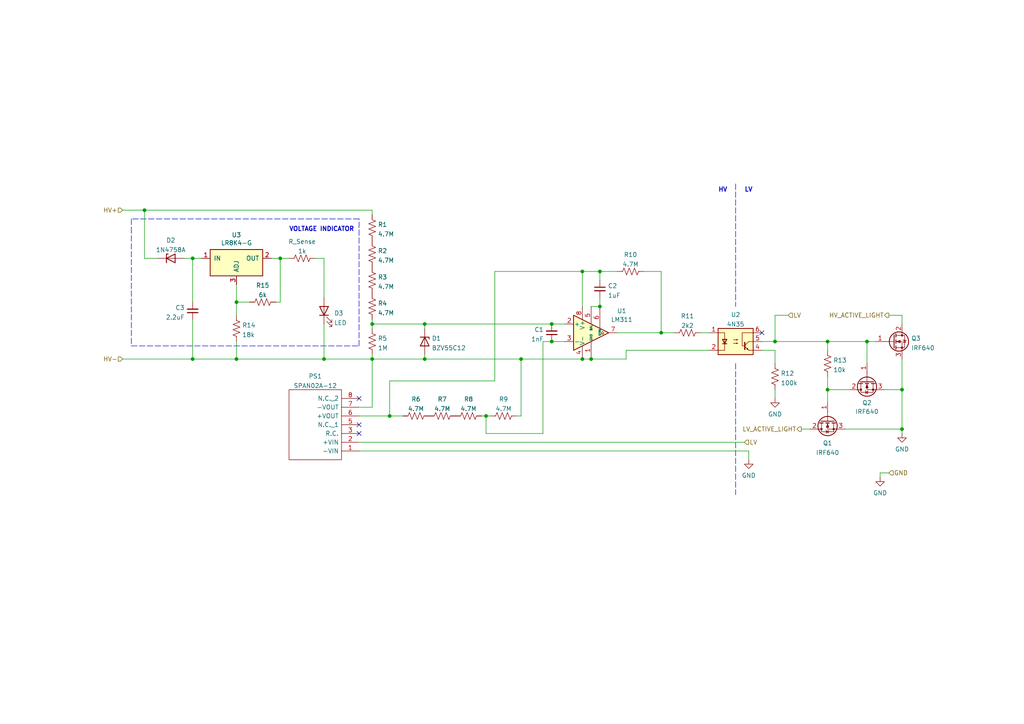
<source format=kicad_sch>
(kicad_sch (version 20211123) (generator eeschema)

  (uuid 9c0a216e-b7b7-4b4c-8538-f0ecdba0a1ef)

  (paper "A4")

  (lib_symbols
    (symbol "Comparator:LM311" (pin_names (offset 0.127)) (in_bom yes) (on_board yes)
      (property "Reference" "U" (id 0) (at 3.81 6.35 0)
        (effects (font (size 1.27 1.27)) (justify left))
      )
      (property "Value" "LM311" (id 1) (at 3.81 3.81 0)
        (effects (font (size 1.27 1.27)) (justify left))
      )
      (property "Footprint" "" (id 2) (at 0 0 0)
        (effects (font (size 1.27 1.27)) hide)
      )
      (property "Datasheet" "https://www.st.com/resource/en/datasheet/lm311.pdf" (id 3) (at 0 0 0)
        (effects (font (size 1.27 1.27)) hide)
      )
      (property "ki_keywords" "cmp open collector" (id 4) (at 0 0 0)
        (effects (font (size 1.27 1.27)) hide)
      )
      (property "ki_description" "Voltage Comparator, DIP-8/SOIC-8" (id 5) (at 0 0 0)
        (effects (font (size 1.27 1.27)) hide)
      )
      (property "ki_fp_filters" "SOIC*3.9x4.9mm*P1.27mm* DIP*W7.62mm*" (id 6) (at 0 0 0)
        (effects (font (size 1.27 1.27)) hide)
      )
      (symbol "LM311_0_1"
        (polyline
          (pts
            (xy 5.08 0)
            (xy -5.08 5.08)
            (xy -5.08 -5.08)
            (xy 5.08 0)
          )
          (stroke (width 0.254) (type default) (color 0 0 0 0))
          (fill (type background))
        )
        (polyline
          (pts
            (xy 3.683 -0.381)
            (xy 3.302 -0.381)
            (xy 3.683 0)
            (xy 3.302 0.381)
            (xy 2.921 0)
            (xy 3.302 -0.381)
            (xy 2.921 -0.381)
          )
          (stroke (width 0.127) (type default) (color 0 0 0 0))
          (fill (type none))
        )
      )
      (symbol "LM311_1_1"
        (pin passive line (at 0 -7.62 90) (length 5.08)
          (name "GND" (effects (font (size 0.635 0.635))))
          (number "1" (effects (font (size 1.27 1.27))))
        )
        (pin input line (at -7.62 2.54 0) (length 2.54)
          (name "+" (effects (font (size 1.27 1.27))))
          (number "2" (effects (font (size 1.27 1.27))))
        )
        (pin input line (at -7.62 -2.54 0) (length 2.54)
          (name "-" (effects (font (size 1.27 1.27))))
          (number "3" (effects (font (size 1.27 1.27))))
        )
        (pin power_in line (at -2.54 -7.62 90) (length 3.81)
          (name "V-" (effects (font (size 1.27 1.27))))
          (number "4" (effects (font (size 1.27 1.27))))
        )
        (pin input line (at 0 7.62 270) (length 5.08)
          (name "BAL" (effects (font (size 0.635 0.635))))
          (number "5" (effects (font (size 1.27 1.27))))
        )
        (pin input line (at 2.54 7.62 270) (length 6.35)
          (name "STRB" (effects (font (size 0.508 0.508))))
          (number "6" (effects (font (size 1.27 1.27))))
        )
        (pin open_collector line (at 7.62 0 180) (length 2.54)
          (name "~" (effects (font (size 1.27 1.27))))
          (number "7" (effects (font (size 1.27 1.27))))
        )
        (pin power_in line (at -2.54 7.62 270) (length 3.81)
          (name "V+" (effects (font (size 1.27 1.27))))
          (number "8" (effects (font (size 1.27 1.27))))
        )
      )
    )
    (symbol "Device:C_Small" (pin_numbers hide) (pin_names (offset 0.254) hide) (in_bom yes) (on_board yes)
      (property "Reference" "C" (id 0) (at 0.254 1.778 0)
        (effects (font (size 1.27 1.27)) (justify left))
      )
      (property "Value" "C_Small" (id 1) (at 0.254 -2.032 0)
        (effects (font (size 1.27 1.27)) (justify left))
      )
      (property "Footprint" "" (id 2) (at 0 0 0)
        (effects (font (size 1.27 1.27)) hide)
      )
      (property "Datasheet" "~" (id 3) (at 0 0 0)
        (effects (font (size 1.27 1.27)) hide)
      )
      (property "ki_keywords" "capacitor cap" (id 4) (at 0 0 0)
        (effects (font (size 1.27 1.27)) hide)
      )
      (property "ki_description" "Unpolarized capacitor, small symbol" (id 5) (at 0 0 0)
        (effects (font (size 1.27 1.27)) hide)
      )
      (property "ki_fp_filters" "C_*" (id 6) (at 0 0 0)
        (effects (font (size 1.27 1.27)) hide)
      )
      (symbol "C_Small_0_1"
        (polyline
          (pts
            (xy -1.524 -0.508)
            (xy 1.524 -0.508)
          )
          (stroke (width 0.3302) (type default) (color 0 0 0 0))
          (fill (type none))
        )
        (polyline
          (pts
            (xy -1.524 0.508)
            (xy 1.524 0.508)
          )
          (stroke (width 0.3048) (type default) (color 0 0 0 0))
          (fill (type none))
        )
      )
      (symbol "C_Small_1_1"
        (pin passive line (at 0 2.54 270) (length 2.032)
          (name "~" (effects (font (size 1.27 1.27))))
          (number "1" (effects (font (size 1.27 1.27))))
        )
        (pin passive line (at 0 -2.54 90) (length 2.032)
          (name "~" (effects (font (size 1.27 1.27))))
          (number "2" (effects (font (size 1.27 1.27))))
        )
      )
    )
    (symbol "Device:LED" (pin_numbers hide) (pin_names (offset 1.016) hide) (in_bom yes) (on_board yes)
      (property "Reference" "D" (id 0) (at 0 2.54 0)
        (effects (font (size 1.27 1.27)))
      )
      (property "Value" "LED" (id 1) (at 0 -2.54 0)
        (effects (font (size 1.27 1.27)))
      )
      (property "Footprint" "" (id 2) (at 0 0 0)
        (effects (font (size 1.27 1.27)) hide)
      )
      (property "Datasheet" "~" (id 3) (at 0 0 0)
        (effects (font (size 1.27 1.27)) hide)
      )
      (property "ki_keywords" "LED diode" (id 4) (at 0 0 0)
        (effects (font (size 1.27 1.27)) hide)
      )
      (property "ki_description" "Light emitting diode" (id 5) (at 0 0 0)
        (effects (font (size 1.27 1.27)) hide)
      )
      (property "ki_fp_filters" "LED* LED_SMD:* LED_THT:*" (id 6) (at 0 0 0)
        (effects (font (size 1.27 1.27)) hide)
      )
      (symbol "LED_0_1"
        (polyline
          (pts
            (xy -1.27 -1.27)
            (xy -1.27 1.27)
          )
          (stroke (width 0.254) (type default) (color 0 0 0 0))
          (fill (type none))
        )
        (polyline
          (pts
            (xy -1.27 0)
            (xy 1.27 0)
          )
          (stroke (width 0) (type default) (color 0 0 0 0))
          (fill (type none))
        )
        (polyline
          (pts
            (xy 1.27 -1.27)
            (xy 1.27 1.27)
            (xy -1.27 0)
            (xy 1.27 -1.27)
          )
          (stroke (width 0.254) (type default) (color 0 0 0 0))
          (fill (type none))
        )
        (polyline
          (pts
            (xy -3.048 -0.762)
            (xy -4.572 -2.286)
            (xy -3.81 -2.286)
            (xy -4.572 -2.286)
            (xy -4.572 -1.524)
          )
          (stroke (width 0) (type default) (color 0 0 0 0))
          (fill (type none))
        )
        (polyline
          (pts
            (xy -1.778 -0.762)
            (xy -3.302 -2.286)
            (xy -2.54 -2.286)
            (xy -3.302 -2.286)
            (xy -3.302 -1.524)
          )
          (stroke (width 0) (type default) (color 0 0 0 0))
          (fill (type none))
        )
      )
      (symbol "LED_1_1"
        (pin passive line (at -3.81 0 0) (length 2.54)
          (name "K" (effects (font (size 1.27 1.27))))
          (number "1" (effects (font (size 1.27 1.27))))
        )
        (pin passive line (at 3.81 0 180) (length 2.54)
          (name "A" (effects (font (size 1.27 1.27))))
          (number "2" (effects (font (size 1.27 1.27))))
        )
      )
    )
    (symbol "Device:Q_NMOS_GDS" (pin_names (offset 0) hide) (in_bom yes) (on_board yes)
      (property "Reference" "Q" (id 0) (at 5.08 1.27 0)
        (effects (font (size 1.27 1.27)) (justify left))
      )
      (property "Value" "Q_NMOS_GDS" (id 1) (at 5.08 -1.27 0)
        (effects (font (size 1.27 1.27)) (justify left))
      )
      (property "Footprint" "" (id 2) (at 5.08 2.54 0)
        (effects (font (size 1.27 1.27)) hide)
      )
      (property "Datasheet" "~" (id 3) (at 0 0 0)
        (effects (font (size 1.27 1.27)) hide)
      )
      (property "ki_keywords" "transistor NMOS N-MOS N-MOSFET" (id 4) (at 0 0 0)
        (effects (font (size 1.27 1.27)) hide)
      )
      (property "ki_description" "N-MOSFET transistor, gate/drain/source" (id 5) (at 0 0 0)
        (effects (font (size 1.27 1.27)) hide)
      )
      (symbol "Q_NMOS_GDS_0_1"
        (polyline
          (pts
            (xy 0.254 0)
            (xy -2.54 0)
          )
          (stroke (width 0) (type default) (color 0 0 0 0))
          (fill (type none))
        )
        (polyline
          (pts
            (xy 0.254 1.905)
            (xy 0.254 -1.905)
          )
          (stroke (width 0.254) (type default) (color 0 0 0 0))
          (fill (type none))
        )
        (polyline
          (pts
            (xy 0.762 -1.27)
            (xy 0.762 -2.286)
          )
          (stroke (width 0.254) (type default) (color 0 0 0 0))
          (fill (type none))
        )
        (polyline
          (pts
            (xy 0.762 0.508)
            (xy 0.762 -0.508)
          )
          (stroke (width 0.254) (type default) (color 0 0 0 0))
          (fill (type none))
        )
        (polyline
          (pts
            (xy 0.762 2.286)
            (xy 0.762 1.27)
          )
          (stroke (width 0.254) (type default) (color 0 0 0 0))
          (fill (type none))
        )
        (polyline
          (pts
            (xy 2.54 2.54)
            (xy 2.54 1.778)
          )
          (stroke (width 0) (type default) (color 0 0 0 0))
          (fill (type none))
        )
        (polyline
          (pts
            (xy 2.54 -2.54)
            (xy 2.54 0)
            (xy 0.762 0)
          )
          (stroke (width 0) (type default) (color 0 0 0 0))
          (fill (type none))
        )
        (polyline
          (pts
            (xy 0.762 -1.778)
            (xy 3.302 -1.778)
            (xy 3.302 1.778)
            (xy 0.762 1.778)
          )
          (stroke (width 0) (type default) (color 0 0 0 0))
          (fill (type none))
        )
        (polyline
          (pts
            (xy 1.016 0)
            (xy 2.032 0.381)
            (xy 2.032 -0.381)
            (xy 1.016 0)
          )
          (stroke (width 0) (type default) (color 0 0 0 0))
          (fill (type outline))
        )
        (polyline
          (pts
            (xy 2.794 0.508)
            (xy 2.921 0.381)
            (xy 3.683 0.381)
            (xy 3.81 0.254)
          )
          (stroke (width 0) (type default) (color 0 0 0 0))
          (fill (type none))
        )
        (polyline
          (pts
            (xy 3.302 0.381)
            (xy 2.921 -0.254)
            (xy 3.683 -0.254)
            (xy 3.302 0.381)
          )
          (stroke (width 0) (type default) (color 0 0 0 0))
          (fill (type none))
        )
        (circle (center 1.651 0) (radius 2.794)
          (stroke (width 0.254) (type default) (color 0 0 0 0))
          (fill (type none))
        )
        (circle (center 2.54 -1.778) (radius 0.254)
          (stroke (width 0) (type default) (color 0 0 0 0))
          (fill (type outline))
        )
        (circle (center 2.54 1.778) (radius 0.254)
          (stroke (width 0) (type default) (color 0 0 0 0))
          (fill (type outline))
        )
      )
      (symbol "Q_NMOS_GDS_1_1"
        (pin input line (at -5.08 0 0) (length 2.54)
          (name "G" (effects (font (size 1.27 1.27))))
          (number "1" (effects (font (size 1.27 1.27))))
        )
        (pin passive line (at 2.54 5.08 270) (length 2.54)
          (name "D" (effects (font (size 1.27 1.27))))
          (number "2" (effects (font (size 1.27 1.27))))
        )
        (pin passive line (at 2.54 -5.08 90) (length 2.54)
          (name "S" (effects (font (size 1.27 1.27))))
          (number "3" (effects (font (size 1.27 1.27))))
        )
      )
    )
    (symbol "Device:R_US" (pin_numbers hide) (pin_names (offset 0)) (in_bom yes) (on_board yes)
      (property "Reference" "R" (id 0) (at 2.54 0 90)
        (effects (font (size 1.27 1.27)))
      )
      (property "Value" "R_US" (id 1) (at -2.54 0 90)
        (effects (font (size 1.27 1.27)))
      )
      (property "Footprint" "" (id 2) (at 1.016 -0.254 90)
        (effects (font (size 1.27 1.27)) hide)
      )
      (property "Datasheet" "~" (id 3) (at 0 0 0)
        (effects (font (size 1.27 1.27)) hide)
      )
      (property "ki_keywords" "R res resistor" (id 4) (at 0 0 0)
        (effects (font (size 1.27 1.27)) hide)
      )
      (property "ki_description" "Resistor, US symbol" (id 5) (at 0 0 0)
        (effects (font (size 1.27 1.27)) hide)
      )
      (property "ki_fp_filters" "R_*" (id 6) (at 0 0 0)
        (effects (font (size 1.27 1.27)) hide)
      )
      (symbol "R_US_0_1"
        (polyline
          (pts
            (xy 0 -2.286)
            (xy 0 -2.54)
          )
          (stroke (width 0) (type default) (color 0 0 0 0))
          (fill (type none))
        )
        (polyline
          (pts
            (xy 0 2.286)
            (xy 0 2.54)
          )
          (stroke (width 0) (type default) (color 0 0 0 0))
          (fill (type none))
        )
        (polyline
          (pts
            (xy 0 -0.762)
            (xy 1.016 -1.143)
            (xy 0 -1.524)
            (xy -1.016 -1.905)
            (xy 0 -2.286)
          )
          (stroke (width 0) (type default) (color 0 0 0 0))
          (fill (type none))
        )
        (polyline
          (pts
            (xy 0 0.762)
            (xy 1.016 0.381)
            (xy 0 0)
            (xy -1.016 -0.381)
            (xy 0 -0.762)
          )
          (stroke (width 0) (type default) (color 0 0 0 0))
          (fill (type none))
        )
        (polyline
          (pts
            (xy 0 2.286)
            (xy 1.016 1.905)
            (xy 0 1.524)
            (xy -1.016 1.143)
            (xy 0 0.762)
          )
          (stroke (width 0) (type default) (color 0 0 0 0))
          (fill (type none))
        )
      )
      (symbol "R_US_1_1"
        (pin passive line (at 0 3.81 270) (length 1.27)
          (name "~" (effects (font (size 1.27 1.27))))
          (number "1" (effects (font (size 1.27 1.27))))
        )
        (pin passive line (at 0 -3.81 90) (length 1.27)
          (name "~" (effects (font (size 1.27 1.27))))
          (number "2" (effects (font (size 1.27 1.27))))
        )
      )
    )
    (symbol "Diode:1N47xxA" (pin_numbers hide) (pin_names (offset 1.016) hide) (in_bom yes) (on_board yes)
      (property "Reference" "D" (id 0) (at 0 2.54 0)
        (effects (font (size 1.27 1.27)))
      )
      (property "Value" "1N47xxA" (id 1) (at 0 -2.54 0)
        (effects (font (size 1.27 1.27)))
      )
      (property "Footprint" "Diode_THT:D_DO-41_SOD81_P10.16mm_Horizontal" (id 2) (at 0 -4.445 0)
        (effects (font (size 1.27 1.27)) hide)
      )
      (property "Datasheet" "https://www.vishay.com/docs/85816/1n4728a.pdf" (id 3) (at 0 0 0)
        (effects (font (size 1.27 1.27)) hide)
      )
      (property "ki_keywords" "zener diode" (id 4) (at 0 0 0)
        (effects (font (size 1.27 1.27)) hide)
      )
      (property "ki_description" "1300mW Silicon planar power Zener diodes, DO-41" (id 5) (at 0 0 0)
        (effects (font (size 1.27 1.27)) hide)
      )
      (property "ki_fp_filters" "D*DO?41*" (id 6) (at 0 0 0)
        (effects (font (size 1.27 1.27)) hide)
      )
      (symbol "1N47xxA_0_1"
        (polyline
          (pts
            (xy 1.27 0)
            (xy -1.27 0)
          )
          (stroke (width 0) (type default) (color 0 0 0 0))
          (fill (type none))
        )
        (polyline
          (pts
            (xy -1.27 -1.27)
            (xy -1.27 1.27)
            (xy -0.762 1.27)
          )
          (stroke (width 0.254) (type default) (color 0 0 0 0))
          (fill (type none))
        )
        (polyline
          (pts
            (xy 1.27 -1.27)
            (xy 1.27 1.27)
            (xy -1.27 0)
            (xy 1.27 -1.27)
          )
          (stroke (width 0.254) (type default) (color 0 0 0 0))
          (fill (type none))
        )
      )
      (symbol "1N47xxA_1_1"
        (pin passive line (at -3.81 0 0) (length 2.54)
          (name "K" (effects (font (size 1.27 1.27))))
          (number "1" (effects (font (size 1.27 1.27))))
        )
        (pin passive line (at 3.81 0 180) (length 2.54)
          (name "A" (effects (font (size 1.27 1.27))))
          (number "2" (effects (font (size 1.27 1.27))))
        )
      )
    )
    (symbol "Diode:BZV55C12" (pin_numbers hide) (pin_names (offset 1.016) hide) (in_bom yes) (on_board yes)
      (property "Reference" "D" (id 0) (at 0 2.54 0)
        (effects (font (size 1.27 1.27)))
      )
      (property "Value" "BZV55C12" (id 1) (at 0 -2.54 0)
        (effects (font (size 1.27 1.27)))
      )
      (property "Footprint" "Diode_SMD:D_MiniMELF" (id 2) (at 0 -4.445 0)
        (effects (font (size 1.27 1.27)) hide)
      )
      (property "Datasheet" "https://assets.nexperia.com/documents/data-sheet/BZV55_SER.pdf" (id 3) (at 0 0 0)
        (effects (font (size 1.27 1.27)) hide)
      )
      (property "ki_keywords" "zener diode" (id 4) (at 0 0 0)
        (effects (font (size 1.27 1.27)) hide)
      )
      (property "ki_description" "12V, 500mW, 5%, Zener diode, MiniMELF" (id 5) (at 0 0 0)
        (effects (font (size 1.27 1.27)) hide)
      )
      (property "ki_fp_filters" "D*MiniMELF*" (id 6) (at 0 0 0)
        (effects (font (size 1.27 1.27)) hide)
      )
      (symbol "BZV55C12_0_1"
        (polyline
          (pts
            (xy 1.27 0)
            (xy -1.27 0)
          )
          (stroke (width 0) (type default) (color 0 0 0 0))
          (fill (type none))
        )
        (polyline
          (pts
            (xy -1.27 -1.27)
            (xy -1.27 1.27)
            (xy -0.762 1.27)
          )
          (stroke (width 0.254) (type default) (color 0 0 0 0))
          (fill (type none))
        )
        (polyline
          (pts
            (xy 1.27 -1.27)
            (xy 1.27 1.27)
            (xy -1.27 0)
            (xy 1.27 -1.27)
          )
          (stroke (width 0.254) (type default) (color 0 0 0 0))
          (fill (type none))
        )
      )
      (symbol "BZV55C12_1_1"
        (pin passive line (at -3.81 0 0) (length 2.54)
          (name "K" (effects (font (size 1.27 1.27))))
          (number "1" (effects (font (size 1.27 1.27))))
        )
        (pin passive line (at 3.81 0 180) (length 2.54)
          (name "A" (effects (font (size 1.27 1.27))))
          (number "2" (effects (font (size 1.27 1.27))))
        )
      )
    )
    (symbol "Isolator:4N35" (pin_names (offset 1.016)) (in_bom yes) (on_board yes)
      (property "Reference" "U" (id 0) (at -5.08 5.08 0)
        (effects (font (size 1.27 1.27)) (justify left))
      )
      (property "Value" "4N35" (id 1) (at 0 5.08 0)
        (effects (font (size 1.27 1.27)) (justify left))
      )
      (property "Footprint" "Package_DIP:DIP-6_W7.62mm" (id 2) (at -5.08 -5.08 0)
        (effects (font (size 1.27 1.27) italic) (justify left) hide)
      )
      (property "Datasheet" "https://www.vishay.com/docs/81181/4n35.pdf" (id 3) (at 0 0 0)
        (effects (font (size 1.27 1.27)) (justify left) hide)
      )
      (property "ki_keywords" "NPN DC Optocoupler Base Connected" (id 4) (at 0 0 0)
        (effects (font (size 1.27 1.27)) hide)
      )
      (property "ki_description" "Optocoupler, Phototransistor Output, with Base Connection, Vce 70V, CTR 100%, Viso 5000V, DIP6" (id 5) (at 0 0 0)
        (effects (font (size 1.27 1.27)) hide)
      )
      (property "ki_fp_filters" "DIP*W7.62mm*" (id 6) (at 0 0 0)
        (effects (font (size 1.27 1.27)) hide)
      )
      (symbol "4N35_0_1"
        (rectangle (start -5.08 3.81) (end 5.08 -3.81)
          (stroke (width 0.254) (type default) (color 0 0 0 0))
          (fill (type background))
        )
        (polyline
          (pts
            (xy -3.81 -0.635)
            (xy -2.54 -0.635)
          )
          (stroke (width 0.254) (type default) (color 0 0 0 0))
          (fill (type none))
        )
        (polyline
          (pts
            (xy 2.667 -1.397)
            (xy 3.81 -2.54)
          )
          (stroke (width 0) (type default) (color 0 0 0 0))
          (fill (type none))
        )
        (polyline
          (pts
            (xy 2.667 -1.143)
            (xy 3.81 0)
          )
          (stroke (width 0) (type default) (color 0 0 0 0))
          (fill (type none))
        )
        (polyline
          (pts
            (xy 3.81 -2.54)
            (xy 5.08 -2.54)
          )
          (stroke (width 0) (type default) (color 0 0 0 0))
          (fill (type none))
        )
        (polyline
          (pts
            (xy 3.81 0)
            (xy 5.08 0)
          )
          (stroke (width 0) (type default) (color 0 0 0 0))
          (fill (type none))
        )
        (polyline
          (pts
            (xy 2.667 -0.254)
            (xy 2.667 -2.286)
            (xy 2.667 -2.286)
          )
          (stroke (width 0.3556) (type default) (color 0 0 0 0))
          (fill (type none))
        )
        (polyline
          (pts
            (xy -5.08 -2.54)
            (xy -3.175 -2.54)
            (xy -3.175 2.54)
            (xy -5.08 2.54)
          )
          (stroke (width 0) (type default) (color 0 0 0 0))
          (fill (type none))
        )
        (polyline
          (pts
            (xy -3.175 -0.635)
            (xy -3.81 0.635)
            (xy -2.54 0.635)
            (xy -3.175 -0.635)
          )
          (stroke (width 0.254) (type default) (color 0 0 0 0))
          (fill (type none))
        )
        (polyline
          (pts
            (xy 3.683 -2.413)
            (xy 3.429 -1.905)
            (xy 3.175 -2.159)
            (xy 3.683 -2.413)
          )
          (stroke (width 0) (type default) (color 0 0 0 0))
          (fill (type none))
        )
        (polyline
          (pts
            (xy 5.08 2.54)
            (xy 1.905 2.54)
            (xy 1.905 -1.27)
            (xy 2.54 -1.27)
          )
          (stroke (width 0) (type default) (color 0 0 0 0))
          (fill (type none))
        )
        (polyline
          (pts
            (xy -0.635 -0.508)
            (xy 0.635 -0.508)
            (xy 0.254 -0.635)
            (xy 0.254 -0.381)
            (xy 0.635 -0.508)
          )
          (stroke (width 0) (type default) (color 0 0 0 0))
          (fill (type none))
        )
        (polyline
          (pts
            (xy -0.635 0.508)
            (xy 0.635 0.508)
            (xy 0.254 0.381)
            (xy 0.254 0.635)
            (xy 0.635 0.508)
          )
          (stroke (width 0) (type default) (color 0 0 0 0))
          (fill (type none))
        )
      )
      (symbol "4N35_1_1"
        (pin passive line (at -7.62 2.54 0) (length 2.54)
          (name "~" (effects (font (size 1.27 1.27))))
          (number "1" (effects (font (size 1.27 1.27))))
        )
        (pin passive line (at -7.62 -2.54 0) (length 2.54)
          (name "~" (effects (font (size 1.27 1.27))))
          (number "2" (effects (font (size 1.27 1.27))))
        )
        (pin no_connect line (at -5.08 0 0) (length 2.54) hide
          (name "NC" (effects (font (size 1.27 1.27))))
          (number "3" (effects (font (size 1.27 1.27))))
        )
        (pin passive line (at 7.62 -2.54 180) (length 2.54)
          (name "~" (effects (font (size 1.27 1.27))))
          (number "4" (effects (font (size 1.27 1.27))))
        )
        (pin passive line (at 7.62 0 180) (length 2.54)
          (name "~" (effects (font (size 1.27 1.27))))
          (number "5" (effects (font (size 1.27 1.27))))
        )
        (pin passive line (at 7.62 2.54 180) (length 2.54)
          (name "~" (effects (font (size 1.27 1.27))))
          (number "6" (effects (font (size 1.27 1.27))))
        )
      )
    )
    (symbol "Regulator_Linear:LR8K4-G" (pin_names (offset 1.016)) (in_bom yes) (on_board yes)
      (property "Reference" "U" (id 0) (at -7.62 3.81 0)
        (effects (font (size 1.27 1.27)) (justify left))
      )
      (property "Value" "LR8K4-G" (id 1) (at 0 3.81 0)
        (effects (font (size 1.27 1.27)) (justify left))
      )
      (property "Footprint" "Package_TO_SOT_SMD:TO-252-2" (id 2) (at 0 -11.43 0)
        (effects (font (size 1.27 1.27)) hide)
      )
      (property "Datasheet" "http://ww1.microchip.com/downloads/en/DeviceDoc/20005399B.pdf" (id 3) (at 0 0 0)
        (effects (font (size 1.27 1.27)) hide)
      )
      (property "ki_keywords" "High-Voltage Regulator Adjustable Positive" (id 4) (at 0 0 0)
        (effects (font (size 1.27 1.27)) hide)
      )
      (property "ki_description" "30mA 450V High-Voltage Linear Regulator (Adjustable), TO-252 (D-PAK)" (id 5) (at 0 0 0)
        (effects (font (size 1.27 1.27)) hide)
      )
      (property "ki_fp_filters" "TO*252*" (id 6) (at 0 0 0)
        (effects (font (size 1.27 1.27)) hide)
      )
      (symbol "LR8K4-G_0_1"
        (rectangle (start -7.62 2.54) (end 7.62 -5.08)
          (stroke (width 0.254) (type default) (color 0 0 0 0))
          (fill (type background))
        )
      )
      (symbol "LR8K4-G_1_1"
        (pin input line (at -10.16 0 0) (length 2.54)
          (name "IN" (effects (font (size 1.27 1.27))))
          (number "1" (effects (font (size 1.27 1.27))))
        )
        (pin power_out line (at 10.16 0 180) (length 2.54)
          (name "OUT" (effects (font (size 1.27 1.27))))
          (number "2" (effects (font (size 1.27 1.27))))
        )
        (pin input line (at 0 -7.62 90) (length 2.54)
          (name "ADJ" (effects (font (size 1.27 1.27))))
          (number "3" (effects (font (size 1.27 1.27))))
        )
      )
    )
    (symbol "SPAN02A-12:SPAN02A-12" (pin_names (offset 0.762)) (in_bom yes) (on_board yes)
      (property "Reference" "PS" (id 0) (at 21.59 7.62 0)
        (effects (font (size 1.27 1.27)) (justify left))
      )
      (property "Value" "SPAN02A-12" (id 1) (at 21.59 5.08 0)
        (effects (font (size 1.27 1.27)) (justify left))
      )
      (property "Footprint" "SPAN02A12" (id 2) (at 21.59 2.54 0)
        (effects (font (size 1.27 1.27)) (justify left) hide)
      )
      (property "Datasheet" "https://datasheet.datasheetarchive.com/originals/distributors/DKDS-2/37032.pdf" (id 3) (at 21.59 0 0)
        (effects (font (size 1.27 1.27)) (justify left) hide)
      )
      (property "Description" "Isolated DC/DC Converters 9-18Vin 12Vout 167mA SIP8 Reg Iso" (id 4) (at 21.59 -2.54 0)
        (effects (font (size 1.27 1.27)) (justify left) hide)
      )
      (property "Height" "11.6" (id 5) (at 21.59 -5.08 0)
        (effects (font (size 1.27 1.27)) (justify left) hide)
      )
      (property "Manufacturer_Name" "Mean Well" (id 6) (at 21.59 -7.62 0)
        (effects (font (size 1.27 1.27)) (justify left) hide)
      )
      (property "Manufacturer_Part_Number" "SPAN02A-12" (id 7) (at 21.59 -10.16 0)
        (effects (font (size 1.27 1.27)) (justify left) hide)
      )
      (property "Mouser Part Number" "709-SPAN02A-12" (id 8) (at 21.59 -12.7 0)
        (effects (font (size 1.27 1.27)) (justify left) hide)
      )
      (property "Mouser Price/Stock" "https://www.mouser.co.uk/ProductDetail/MEAN-WELL/SPAN02A-12?qs=5aG0NVq1C4wxQqKsG84AkQ%3D%3D" (id 9) (at 21.59 -15.24 0)
        (effects (font (size 1.27 1.27)) (justify left) hide)
      )
      (property "Arrow Part Number" "SPAN02A-12" (id 10) (at 21.59 -17.78 0)
        (effects (font (size 1.27 1.27)) (justify left) hide)
      )
      (property "Arrow Price/Stock" "https://www.arrow.com/en/products/span02a-12/mean-well-enterprises?region=nac" (id 11) (at 21.59 -20.32 0)
        (effects (font (size 1.27 1.27)) (justify left) hide)
      )
      (symbol "SPAN02A-12_0_0"
        (pin passive line (at 0 0 0) (length 5.08)
          (name "-VIN" (effects (font (size 1.27 1.27))))
          (number "1" (effects (font (size 1.27 1.27))))
        )
        (pin passive line (at 0 -2.54 0) (length 5.08)
          (name "+VIN" (effects (font (size 1.27 1.27))))
          (number "2" (effects (font (size 1.27 1.27))))
        )
        (pin passive line (at 0 -5.08 0) (length 5.08)
          (name "R.C." (effects (font (size 1.27 1.27))))
          (number "3" (effects (font (size 1.27 1.27))))
        )
        (pin passive line (at 0 -7.62 0) (length 5.08)
          (name "N.C._1" (effects (font (size 1.27 1.27))))
          (number "5" (effects (font (size 1.27 1.27))))
        )
        (pin passive line (at 0 -10.16 0) (length 5.08)
          (name "+VOUT" (effects (font (size 1.27 1.27))))
          (number "6" (effects (font (size 1.27 1.27))))
        )
        (pin passive line (at 0 -12.7 0) (length 5.08)
          (name "-VOUT" (effects (font (size 1.27 1.27))))
          (number "7" (effects (font (size 1.27 1.27))))
        )
        (pin passive line (at 0 -15.24 0) (length 5.08)
          (name "N.C._2" (effects (font (size 1.27 1.27))))
          (number "8" (effects (font (size 1.27 1.27))))
        )
      )
      (symbol "SPAN02A-12_0_1"
        (polyline
          (pts
            (xy 5.08 2.54)
            (xy 20.32 2.54)
            (xy 20.32 -17.78)
            (xy 5.08 -17.78)
            (xy 5.08 2.54)
          )
          (stroke (width 0.1524) (type default) (color 0 0 0 0))
          (fill (type none))
        )
      )
    )
    (symbol "power:GND" (power) (pin_names (offset 0)) (in_bom yes) (on_board yes)
      (property "Reference" "#PWR" (id 0) (at 0 -6.35 0)
        (effects (font (size 1.27 1.27)) hide)
      )
      (property "Value" "GND" (id 1) (at 0 -3.81 0)
        (effects (font (size 1.27 1.27)))
      )
      (property "Footprint" "" (id 2) (at 0 0 0)
        (effects (font (size 1.27 1.27)) hide)
      )
      (property "Datasheet" "" (id 3) (at 0 0 0)
        (effects (font (size 1.27 1.27)) hide)
      )
      (property "ki_keywords" "power-flag" (id 4) (at 0 0 0)
        (effects (font (size 1.27 1.27)) hide)
      )
      (property "ki_description" "Power symbol creates a global label with name \"GND\" , ground" (id 5) (at 0 0 0)
        (effects (font (size 1.27 1.27)) hide)
      )
      (symbol "GND_0_1"
        (polyline
          (pts
            (xy 0 0)
            (xy 0 -1.27)
            (xy 1.27 -1.27)
            (xy 0 -2.54)
            (xy -1.27 -1.27)
            (xy 0 -1.27)
          )
          (stroke (width 0) (type default) (color 0 0 0 0))
          (fill (type none))
        )
      )
      (symbol "GND_1_1"
        (pin power_in line (at 0 0 270) (length 0) hide
          (name "GND" (effects (font (size 1.27 1.27))))
          (number "1" (effects (font (size 1.27 1.27))))
        )
      )
    )
  )

  (junction (at 168.91 104.14) (diameter 0) (color 0 0 0 0)
    (uuid 19144c98-9dfb-4552-9f88-d3438a55707c)
  )
  (junction (at 173.99 78.74) (diameter 0) (color 0 0 0 0)
    (uuid 26c3ae93-9cfd-4484-9eb6-40de3873e59d)
  )
  (junction (at 224.79 99.06) (diameter 0) (color 0 0 0 0)
    (uuid 3b774c52-f413-454b-bc6f-b73152761b7c)
  )
  (junction (at 151.13 104.14) (diameter 0) (color 0 0 0 0)
    (uuid 3fae15be-1f21-4166-adfc-d5496dabe225)
  )
  (junction (at 55.88 104.14) (diameter 0) (color 0 0 0 0)
    (uuid 51996c52-7183-4a7a-9c90-e80f2e9d754d)
  )
  (junction (at 160.02 93.98) (diameter 0) (color 0 0 0 0)
    (uuid 56088f9a-d12e-408d-ba8c-6e645d1a4de6)
  )
  (junction (at 261.62 113.03) (diameter 0) (color 0 0 0 0)
    (uuid 58787c60-b78c-4021-849e-09099a0b1822)
  )
  (junction (at 168.91 78.74) (diameter 0) (color 0 0 0 0)
    (uuid 5ae59d2b-d856-4c42-8c5c-d2b1265f40a7)
  )
  (junction (at 240.03 113.03) (diameter 0) (color 0 0 0 0)
    (uuid 66b56960-53c1-456b-81e1-e44117fb3b29)
  )
  (junction (at 68.58 104.14) (diameter 0) (color 0 0 0 0)
    (uuid 74d01b52-e825-4a87-88a9-2b6647aac6fb)
  )
  (junction (at 140.97 120.65) (diameter 0) (color 0 0 0 0)
    (uuid 777ecd89-db51-4251-91fd-2d47ef19abcc)
  )
  (junction (at 123.19 104.14) (diameter 0) (color 0 0 0 0)
    (uuid 80230466-ebad-4af2-88ce-5f8c836b78ef)
  )
  (junction (at 191.77 96.52) (diameter 0) (color 0 0 0 0)
    (uuid 85111f49-b8d0-4474-84c5-90f922251963)
  )
  (junction (at 107.95 104.14) (diameter 0) (color 0 0 0 0)
    (uuid 9b57f2d9-5ddb-44b3-967f-19c7fcaf1566)
  )
  (junction (at 251.46 99.06) (diameter 0) (color 0 0 0 0)
    (uuid b35a3305-3f88-45b7-bca3-1d76975020aa)
  )
  (junction (at 123.19 93.98) (diameter 0) (color 0 0 0 0)
    (uuid b38de57d-38d6-481e-a79c-6900d269e47f)
  )
  (junction (at 68.58 87.63) (diameter 0) (color 0 0 0 0)
    (uuid c2f7136a-505e-4e4f-bdd8-e3e15c08ad7a)
  )
  (junction (at 173.99 88.9) (diameter 0) (color 0 0 0 0)
    (uuid ca3a381b-9bf2-49b2-9d63-9fd2f74d0145)
  )
  (junction (at 171.45 104.14) (diameter 0) (color 0 0 0 0)
    (uuid d456db9b-e565-42bb-bf06-282a640277bc)
  )
  (junction (at 160.02 99.06) (diameter 0) (color 0 0 0 0)
    (uuid d64bcf76-080a-4a12-913b-ba692c44ed8b)
  )
  (junction (at 41.91 60.96) (diameter 0) (color 0 0 0 0)
    (uuid deb5b153-a150-4474-8400-2f3ddeded416)
  )
  (junction (at 81.28 74.93) (diameter 0) (color 0 0 0 0)
    (uuid df8bba8d-bcf3-47a5-a9ee-9d8365d77181)
  )
  (junction (at 55.88 74.93) (diameter 0) (color 0 0 0 0)
    (uuid e58041b5-ddc4-4447-8f05-2c2c6a5a316d)
  )
  (junction (at 240.03 99.06) (diameter 0) (color 0 0 0 0)
    (uuid ebfddfd7-6d05-4829-88fc-f959d1c5ca45)
  )
  (junction (at 261.62 124.46) (diameter 0) (color 0 0 0 0)
    (uuid eea40665-3104-49fd-9265-31226a6a51db)
  )
  (junction (at 93.98 104.14) (diameter 0) (color 0 0 0 0)
    (uuid f22a5a5e-46a4-4b56-98ec-a03543d64297)
  )
  (junction (at 107.95 93.98) (diameter 0) (color 0 0 0 0)
    (uuid fa3f1593-7764-4888-bbc7-8e141e61d58f)
  )
  (junction (at 113.03 120.65) (diameter 0) (color 0 0 0 0)
    (uuid fc192673-fcba-420a-8ec0-b3648eea840d)
  )

  (no_connect (at 104.14 115.57) (uuid 05f1961a-8c43-4143-afa4-d33c40a2ec2f))
  (no_connect (at 104.14 123.19) (uuid 05f1961a-8c43-4143-afa4-d33c40a2ec30))
  (no_connect (at 220.98 96.52) (uuid 1276d6b4-b84b-4002-8f66-d134e936a593))
  (no_connect (at 104.14 125.73) (uuid a4815182-539f-4524-9c11-044ebc042156))

  (wire (pts (xy 181.61 101.6) (xy 181.61 104.14))
    (stroke (width 0) (type default) (color 0 0 0 0))
    (uuid 063b5975-b4d7-4118-a36d-79feaa507d68)
  )
  (wire (pts (xy 157.48 99.06) (xy 160.02 99.06))
    (stroke (width 0) (type default) (color 0 0 0 0))
    (uuid 09b086d7-19a1-4cc0-91ab-008742117d9a)
  )
  (wire (pts (xy 240.03 113.03) (xy 246.38 113.03))
    (stroke (width 0) (type default) (color 0 0 0 0))
    (uuid 0a616698-b988-4364-a930-2951e9bf3a22)
  )
  (wire (pts (xy 228.6 91.44) (xy 224.79 91.44))
    (stroke (width 0) (type default) (color 0 0 0 0))
    (uuid 0dec2375-b3f9-4583-a4c8-e5a8415138b1)
  )
  (wire (pts (xy 224.79 113.03) (xy 224.79 115.57))
    (stroke (width 0) (type default) (color 0 0 0 0))
    (uuid 0e1d56fe-7f12-431c-8b24-399f588cb500)
  )
  (wire (pts (xy 160.02 93.98) (xy 163.83 93.98))
    (stroke (width 0) (type default) (color 0 0 0 0))
    (uuid 0f27dfbb-4c20-43d5-b82b-5e21d6dc3119)
  )
  (wire (pts (xy 173.99 81.28) (xy 173.99 78.74))
    (stroke (width 0) (type default) (color 0 0 0 0))
    (uuid 10d0892b-00eb-4e42-8f6f-32e5eb66781d)
  )
  (polyline (pts (xy 104.14 100.33) (xy 104.14 63.5))
    (stroke (width 0) (type default) (color 0 0 0 0))
    (uuid 12e48ba0-fce2-4d0b-955a-73df92f351f8)
  )

  (wire (pts (xy 157.48 125.73) (xy 157.48 99.06))
    (stroke (width 0) (type default) (color 0 0 0 0))
    (uuid 14997e64-163a-4cb2-83d0-c644fa840d8b)
  )
  (wire (pts (xy 107.95 60.96) (xy 107.95 62.23))
    (stroke (width 0) (type default) (color 0 0 0 0))
    (uuid 18a37f11-2058-4d18-b5c8-666be36485b5)
  )
  (wire (pts (xy 179.07 96.52) (xy 191.77 96.52))
    (stroke (width 0) (type default) (color 0 0 0 0))
    (uuid 193c148c-b4f8-4b36-9ac8-ff358fc86769)
  )
  (wire (pts (xy 68.58 87.63) (xy 68.58 91.44))
    (stroke (width 0) (type default) (color 0 0 0 0))
    (uuid 1cf6c7ae-ca8f-4d3e-bb7d-b22114fb2eef)
  )
  (polyline (pts (xy 213.36 53.34) (xy 213.36 88.9))
    (stroke (width 0) (type default) (color 0 0 0 0))
    (uuid 1e4fd948-cf44-4def-a981-7442bcf5adbc)
  )

  (wire (pts (xy 257.81 137.16) (xy 255.27 137.16))
    (stroke (width 0) (type default) (color 0 0 0 0))
    (uuid 1fd87a53-8d1a-4aa7-b2ea-d8b24d9c857a)
  )
  (wire (pts (xy 149.86 120.65) (xy 151.13 120.65))
    (stroke (width 0) (type default) (color 0 0 0 0))
    (uuid 2353b746-d7fa-4869-b208-97f2c15ace6a)
  )
  (wire (pts (xy 107.95 93.98) (xy 107.95 95.25))
    (stroke (width 0) (type default) (color 0 0 0 0))
    (uuid 28ec042e-4569-48ec-b0c8-4479606110d2)
  )
  (wire (pts (xy 245.11 124.46) (xy 261.62 124.46))
    (stroke (width 0) (type default) (color 0 0 0 0))
    (uuid 2a594ebf-0348-4cd2-9d7b-548cb14c9156)
  )
  (wire (pts (xy 113.03 120.65) (xy 116.84 120.65))
    (stroke (width 0) (type default) (color 0 0 0 0))
    (uuid 2abb098b-a6d2-44f7-8355-b308dd1af8d5)
  )
  (wire (pts (xy 104.14 128.27) (xy 215.9 128.27))
    (stroke (width 0) (type default) (color 0 0 0 0))
    (uuid 2af02a52-771f-4602-aa37-71b03d1c404f)
  )
  (wire (pts (xy 186.69 78.74) (xy 191.77 78.74))
    (stroke (width 0) (type default) (color 0 0 0 0))
    (uuid 2bf282dc-e768-4b6c-a936-d3bc59293f1a)
  )
  (wire (pts (xy 160.02 99.06) (xy 163.83 99.06))
    (stroke (width 0) (type default) (color 0 0 0 0))
    (uuid 2c5ee779-52e3-4332-9603-cd7a62437b57)
  )
  (wire (pts (xy 68.58 82.55) (xy 68.58 87.63))
    (stroke (width 0) (type default) (color 0 0 0 0))
    (uuid 33d82c6b-0ff5-4e31-bce6-130a409b98ee)
  )
  (wire (pts (xy 261.62 113.03) (xy 261.62 124.46))
    (stroke (width 0) (type default) (color 0 0 0 0))
    (uuid 38cf90d0-6a4d-40ca-859a-7abf55a9f622)
  )
  (wire (pts (xy 168.91 78.74) (xy 168.91 88.9))
    (stroke (width 0) (type default) (color 0 0 0 0))
    (uuid 3c7d7dd7-0316-48ba-8f76-500194970c28)
  )
  (wire (pts (xy 113.03 110.49) (xy 143.51 110.49))
    (stroke (width 0) (type default) (color 0 0 0 0))
    (uuid 4496d7d7-765c-4ea0-8f23-33cfa2700b3f)
  )
  (wire (pts (xy 107.95 93.98) (xy 123.19 93.98))
    (stroke (width 0) (type default) (color 0 0 0 0))
    (uuid 456dd03f-040d-4cbd-bb26-17c8480fc475)
  )
  (wire (pts (xy 173.99 86.36) (xy 173.99 88.9))
    (stroke (width 0) (type default) (color 0 0 0 0))
    (uuid 49c23317-e1a3-4a6a-8c46-e996cc6aa8b2)
  )
  (wire (pts (xy 123.19 104.14) (xy 151.13 104.14))
    (stroke (width 0) (type default) (color 0 0 0 0))
    (uuid 49c8d840-80c2-427d-b8ee-e287ece677fc)
  )
  (wire (pts (xy 220.98 101.6) (xy 224.79 101.6))
    (stroke (width 0) (type default) (color 0 0 0 0))
    (uuid 50f1bc02-f0c3-4ccb-9836-be593fe3d77e)
  )
  (wire (pts (xy 251.46 99.06) (xy 254 99.06))
    (stroke (width 0) (type default) (color 0 0 0 0))
    (uuid 526153d9-3927-4c85-9fc5-b4108fa0df5b)
  )
  (wire (pts (xy 151.13 104.14) (xy 168.91 104.14))
    (stroke (width 0) (type default) (color 0 0 0 0))
    (uuid 58bd84d8-2fc8-483c-96c8-9ce5ae8ae326)
  )
  (wire (pts (xy 123.19 102.87) (xy 123.19 104.14))
    (stroke (width 0) (type default) (color 0 0 0 0))
    (uuid 5b47965d-65ec-4209-9a47-57cb0da51e84)
  )
  (wire (pts (xy 68.58 87.63) (xy 72.39 87.63))
    (stroke (width 0) (type default) (color 0 0 0 0))
    (uuid 601bc820-bea8-4230-b6e9-030bba2aab3a)
  )
  (wire (pts (xy 191.77 96.52) (xy 195.58 96.52))
    (stroke (width 0) (type default) (color 0 0 0 0))
    (uuid 61f0a1bf-4e2f-4976-ab86-cfd82cd8f85b)
  )
  (wire (pts (xy 68.58 104.14) (xy 93.98 104.14))
    (stroke (width 0) (type default) (color 0 0 0 0))
    (uuid 62b420bb-e306-4341-92e0-ef54cba9baab)
  )
  (wire (pts (xy 203.2 96.52) (xy 205.74 96.52))
    (stroke (width 0) (type default) (color 0 0 0 0))
    (uuid 63c98e8a-7b94-4eec-b5d4-1c2cf1d74df2)
  )
  (wire (pts (xy 104.14 120.65) (xy 113.03 120.65))
    (stroke (width 0) (type default) (color 0 0 0 0))
    (uuid 65a1f0c3-9748-4ca0-a2eb-1fa126a3b1ae)
  )
  (wire (pts (xy 68.58 99.06) (xy 68.58 104.14))
    (stroke (width 0) (type default) (color 0 0 0 0))
    (uuid 6656ce2b-f0ab-4f09-9801-fbed4bf15502)
  )
  (wire (pts (xy 151.13 120.65) (xy 151.13 104.14))
    (stroke (width 0) (type default) (color 0 0 0 0))
    (uuid 66b5782b-9b03-4d88-90a8-f8f52caa010f)
  )
  (wire (pts (xy 240.03 109.22) (xy 240.03 113.03))
    (stroke (width 0) (type default) (color 0 0 0 0))
    (uuid 69ea8982-39c7-44ce-b94f-13c5f34aee0d)
  )
  (wire (pts (xy 140.97 125.73) (xy 157.48 125.73))
    (stroke (width 0) (type default) (color 0 0 0 0))
    (uuid 6bdcb7df-fe73-43db-81b1-fc97414d8328)
  )
  (wire (pts (xy 256.54 113.03) (xy 261.62 113.03))
    (stroke (width 0) (type default) (color 0 0 0 0))
    (uuid 6c48965b-ed2a-4af3-9542-388a1e9aa8c8)
  )
  (wire (pts (xy 123.19 93.98) (xy 160.02 93.98))
    (stroke (width 0) (type default) (color 0 0 0 0))
    (uuid 6f76ae66-775a-449c-9476-49cd005392e0)
  )
  (wire (pts (xy 261.62 93.98) (xy 261.62 91.44))
    (stroke (width 0) (type default) (color 0 0 0 0))
    (uuid 6f9441fd-a707-4c63-96eb-2e5900d06c97)
  )
  (wire (pts (xy 217.17 130.81) (xy 217.17 133.35))
    (stroke (width 0) (type default) (color 0 0 0 0))
    (uuid 6fe75ca4-bbed-4bf6-9e46-59973d195b09)
  )
  (polyline (pts (xy 213.36 105.41) (xy 213.36 143.51))
    (stroke (width 0) (type default) (color 0 0 0 0))
    (uuid 720b16cf-a1d4-47cb-994d-feeaf5ea6f79)
  )

  (wire (pts (xy 205.74 101.6) (xy 181.61 101.6))
    (stroke (width 0) (type default) (color 0 0 0 0))
    (uuid 7284a07d-0755-40e1-a6d3-98931eafa3ad)
  )
  (wire (pts (xy 55.88 92.71) (xy 55.88 104.14))
    (stroke (width 0) (type default) (color 0 0 0 0))
    (uuid 75a9c2dc-8c40-450b-a598-43c228e1f6b1)
  )
  (wire (pts (xy 224.79 99.06) (xy 240.03 99.06))
    (stroke (width 0) (type default) (color 0 0 0 0))
    (uuid 7dfefc55-3120-46ae-ae70-4fe0f5714dbf)
  )
  (wire (pts (xy 173.99 78.74) (xy 179.07 78.74))
    (stroke (width 0) (type default) (color 0 0 0 0))
    (uuid 7e373f40-9454-4628-b6bb-6527766c3342)
  )
  (wire (pts (xy 35.56 60.96) (xy 41.91 60.96))
    (stroke (width 0) (type default) (color 0 0 0 0))
    (uuid 7fa3952f-45e7-492d-8cb6-7c0383e3eeef)
  )
  (wire (pts (xy 93.98 104.14) (xy 107.95 104.14))
    (stroke (width 0) (type default) (color 0 0 0 0))
    (uuid 800c34a3-1237-4515-91ac-1c74fe5d67b4)
  )
  (wire (pts (xy 181.61 104.14) (xy 171.45 104.14))
    (stroke (width 0) (type default) (color 0 0 0 0))
    (uuid 804e48ac-b351-4704-a0d9-e09caccaf3fc)
  )
  (wire (pts (xy 55.88 74.93) (xy 55.88 87.63))
    (stroke (width 0) (type default) (color 0 0 0 0))
    (uuid 85619242-18c3-4b38-8a0f-4ad6ad66ff73)
  )
  (wire (pts (xy 224.79 91.44) (xy 224.79 99.06))
    (stroke (width 0) (type default) (color 0 0 0 0))
    (uuid 86d301e4-804b-4adb-8e80-c775fa826837)
  )
  (wire (pts (xy 171.45 88.9) (xy 173.99 88.9))
    (stroke (width 0) (type default) (color 0 0 0 0))
    (uuid 8c59eb55-4e93-443b-a178-8d91dba59fee)
  )
  (wire (pts (xy 168.91 104.14) (xy 171.45 104.14))
    (stroke (width 0) (type default) (color 0 0 0 0))
    (uuid 8ce3ec4a-31be-4460-bf42-11326985e173)
  )
  (wire (pts (xy 93.98 74.93) (xy 93.98 86.36))
    (stroke (width 0) (type default) (color 0 0 0 0))
    (uuid 90c03613-9769-4cc1-a69f-81a3011abe1c)
  )
  (wire (pts (xy 80.01 87.63) (xy 81.28 87.63))
    (stroke (width 0) (type default) (color 0 0 0 0))
    (uuid 90ff7b22-f867-4bbf-9d0c-c2a638d88832)
  )
  (polyline (pts (xy 38.1 100.33) (xy 104.14 100.33))
    (stroke (width 0) (type default) (color 0 0 0 0))
    (uuid 91fcd0bb-dd19-421c-b690-d4269b7f5693)
  )

  (wire (pts (xy 55.88 104.14) (xy 68.58 104.14))
    (stroke (width 0) (type default) (color 0 0 0 0))
    (uuid 92bb7076-d4c6-4bb1-a64b-741b60718b64)
  )
  (wire (pts (xy 107.95 104.14) (xy 123.19 104.14))
    (stroke (width 0) (type default) (color 0 0 0 0))
    (uuid 94f5a0ee-6b6f-4233-a519-88537460ed26)
  )
  (wire (pts (xy 104.14 118.11) (xy 107.95 118.11))
    (stroke (width 0) (type default) (color 0 0 0 0))
    (uuid 9b057acc-fbe3-4f92-8299-783da4c3a51c)
  )
  (wire (pts (xy 55.88 74.93) (xy 58.42 74.93))
    (stroke (width 0) (type default) (color 0 0 0 0))
    (uuid 9c5aa4e4-5c80-41a2-99d8-6b3c563b2936)
  )
  (polyline (pts (xy 38.1 63.5) (xy 38.1 66.04))
    (stroke (width 0) (type default) (color 0 0 0 0))
    (uuid 9fd3c885-1a58-4415-ac3e-c374bc331952)
  )

  (wire (pts (xy 93.98 93.98) (xy 93.98 104.14))
    (stroke (width 0) (type default) (color 0 0 0 0))
    (uuid a6d243ed-51ab-40a7-953c-4ca59f78a108)
  )
  (wire (pts (xy 107.95 104.14) (xy 107.95 102.87))
    (stroke (width 0) (type default) (color 0 0 0 0))
    (uuid a87c8d02-5962-4b28-9533-a6237557ec24)
  )
  (wire (pts (xy 143.51 110.49) (xy 143.51 78.74))
    (stroke (width 0) (type default) (color 0 0 0 0))
    (uuid a8c0ae4d-a103-4ab1-9384-a7d0e8b7b17a)
  )
  (wire (pts (xy 81.28 74.93) (xy 78.74 74.93))
    (stroke (width 0) (type default) (color 0 0 0 0))
    (uuid a9fdfcab-5caf-4b6c-8e93-2a76f545db1a)
  )
  (wire (pts (xy 81.28 87.63) (xy 81.28 74.93))
    (stroke (width 0) (type default) (color 0 0 0 0))
    (uuid aabaa5a6-1886-45e1-9e4c-93a5e2516e17)
  )
  (wire (pts (xy 261.62 124.46) (xy 261.62 125.73))
    (stroke (width 0) (type default) (color 0 0 0 0))
    (uuid accf65f6-0c78-458b-b8c1-5c77a9bcbb63)
  )
  (wire (pts (xy 232.41 124.46) (xy 234.95 124.46))
    (stroke (width 0) (type default) (color 0 0 0 0))
    (uuid aeedf1dd-6316-443e-93e9-0bf118244cd8)
  )
  (wire (pts (xy 35.56 104.14) (xy 55.88 104.14))
    (stroke (width 0) (type default) (color 0 0 0 0))
    (uuid b9c74067-2bb1-4a2e-9272-66dc21c7cd12)
  )
  (wire (pts (xy 255.27 137.16) (xy 255.27 138.43))
    (stroke (width 0) (type default) (color 0 0 0 0))
    (uuid bba8b151-238d-4efa-bcb5-0b2590e241f0)
  )
  (wire (pts (xy 107.95 104.14) (xy 107.95 118.11))
    (stroke (width 0) (type default) (color 0 0 0 0))
    (uuid bd979a1b-85ea-4084-9a66-8e14fb907f0f)
  )
  (wire (pts (xy 140.97 120.65) (xy 140.97 125.73))
    (stroke (width 0) (type default) (color 0 0 0 0))
    (uuid be8912db-0e3c-4f72-b56a-143ee4e60877)
  )
  (wire (pts (xy 224.79 101.6) (xy 224.79 105.41))
    (stroke (width 0) (type default) (color 0 0 0 0))
    (uuid beed2765-65dc-4c21-99bb-216c865ed7c0)
  )
  (wire (pts (xy 41.91 74.93) (xy 45.72 74.93))
    (stroke (width 0) (type default) (color 0 0 0 0))
    (uuid bfbd4bd5-5040-4d7a-ab84-ca4d2e499fac)
  )
  (wire (pts (xy 240.03 99.06) (xy 251.46 99.06))
    (stroke (width 0) (type default) (color 0 0 0 0))
    (uuid c003264e-14ae-439d-9ef1-2d93207f662f)
  )
  (wire (pts (xy 113.03 120.65) (xy 113.03 110.49))
    (stroke (width 0) (type default) (color 0 0 0 0))
    (uuid c7e7a260-c50a-4e03-9bb4-e5c732b8e404)
  )
  (wire (pts (xy 41.91 60.96) (xy 107.95 60.96))
    (stroke (width 0) (type default) (color 0 0 0 0))
    (uuid c8e99681-309a-4e5c-93b5-f457d390f714)
  )
  (wire (pts (xy 173.99 78.74) (xy 168.91 78.74))
    (stroke (width 0) (type default) (color 0 0 0 0))
    (uuid cf6319fe-fa96-41f6-b19c-5f5d82e4f8e7)
  )
  (wire (pts (xy 191.77 78.74) (xy 191.77 96.52))
    (stroke (width 0) (type default) (color 0 0 0 0))
    (uuid d45e16e3-c49a-48f9-b570-d7bf9722c50b)
  )
  (wire (pts (xy 240.03 99.06) (xy 240.03 101.6))
    (stroke (width 0) (type default) (color 0 0 0 0))
    (uuid db2ba78a-1947-4821-b5b8-7b6b7b47855e)
  )
  (wire (pts (xy 139.7 120.65) (xy 140.97 120.65))
    (stroke (width 0) (type default) (color 0 0 0 0))
    (uuid de3b884e-c766-4ab6-83d9-ef197242548d)
  )
  (wire (pts (xy 123.19 93.98) (xy 123.19 95.25))
    (stroke (width 0) (type default) (color 0 0 0 0))
    (uuid e0151341-ad0a-4f62-94ab-90ee42521b9b)
  )
  (wire (pts (xy 41.91 74.93) (xy 41.91 60.96))
    (stroke (width 0) (type default) (color 0 0 0 0))
    (uuid e184d6e6-c4ac-4df4-bc33-b1971cc17c54)
  )
  (wire (pts (xy 91.44 74.93) (xy 93.98 74.93))
    (stroke (width 0) (type default) (color 0 0 0 0))
    (uuid e592da27-f4d6-47a5-a927-a9171fbe6d0f)
  )
  (wire (pts (xy 107.95 92.71) (xy 107.95 93.98))
    (stroke (width 0) (type default) (color 0 0 0 0))
    (uuid e5c10965-4da5-4bac-b5b7-ccff0410159f)
  )
  (wire (pts (xy 104.14 130.81) (xy 217.17 130.81))
    (stroke (width 0) (type default) (color 0 0 0 0))
    (uuid e7ac7084-7e6c-41dd-ba87-d854360c204a)
  )
  (polyline (pts (xy 104.14 63.5) (xy 38.1 63.5))
    (stroke (width 0) (type default) (color 0 0 0 0))
    (uuid ea6129f6-21ab-4dfc-8f41-2085e1147c56)
  )

  (wire (pts (xy 251.46 99.06) (xy 251.46 105.41))
    (stroke (width 0) (type default) (color 0 0 0 0))
    (uuid ea86ac03-4a5c-4a56-b718-3e57bc9c7d01)
  )
  (wire (pts (xy 261.62 91.44) (xy 257.81 91.44))
    (stroke (width 0) (type default) (color 0 0 0 0))
    (uuid eded6de3-b4b7-4c08-9865-e093000a7fef)
  )
  (wire (pts (xy 224.79 99.06) (xy 220.98 99.06))
    (stroke (width 0) (type default) (color 0 0 0 0))
    (uuid f30d2a60-fd51-4012-8c7c-56ddf481ad96)
  )
  (wire (pts (xy 81.28 74.93) (xy 83.82 74.93))
    (stroke (width 0) (type default) (color 0 0 0 0))
    (uuid f54b356e-bbfb-4276-bc50-3df3c883d72b)
  )
  (wire (pts (xy 261.62 104.14) (xy 261.62 113.03))
    (stroke (width 0) (type default) (color 0 0 0 0))
    (uuid f5620641-0f28-4e08-ae59-0c5a105e2582)
  )
  (wire (pts (xy 53.34 74.93) (xy 55.88 74.93))
    (stroke (width 0) (type default) (color 0 0 0 0))
    (uuid f6989e76-2c9d-401c-a7f4-5cfa2c73e595)
  )
  (polyline (pts (xy 38.1 66.04) (xy 38.1 100.33))
    (stroke (width 0) (type default) (color 0 0 0 0))
    (uuid f7730f3c-d7b0-49d0-84bb-98240d50d2b7)
  )

  (wire (pts (xy 140.97 120.65) (xy 142.24 120.65))
    (stroke (width 0) (type default) (color 0 0 0 0))
    (uuid f860c63e-3bb0-47fa-8121-1f820e0930d7)
  )
  (wire (pts (xy 240.03 113.03) (xy 240.03 116.84))
    (stroke (width 0) (type default) (color 0 0 0 0))
    (uuid fa8081e1-00cb-472e-94bd-e50258538d20)
  )
  (wire (pts (xy 143.51 78.74) (xy 168.91 78.74))
    (stroke (width 0) (type default) (color 0 0 0 0))
    (uuid fd31636c-ad97-44cf-9d50-6eb6bd2fbc85)
  )

  (text "LV" (at 215.9 55.88 0)
    (effects (font (size 1.27 1.27) bold) (justify left bottom))
    (uuid 7863f968-3b56-421a-bc0a-c77635e2a6f3)
  )
  (text "VOLTAGE INDICATOR" (at 83.82 67.31 0)
    (effects (font (size 1.27 1.27) (thickness 0.254) bold) (justify left bottom))
    (uuid 83a897fb-d134-40d6-bc11-4e7bfe64ebd1)
  )
  (text "HV" (at 208.28 55.88 0)
    (effects (font (size 1.27 1.27) (thickness 0.254) bold) (justify left bottom))
    (uuid f96b076f-7987-4b3d-a706-b4acb6b6789b)
  )

  (hierarchical_label "LV" (shape input) (at 215.9 128.27 0)
    (effects (font (size 1.27 1.27)) (justify left))
    (uuid 1db70392-8c2d-43f1-8f23-691c859b3aae)
  )
  (hierarchical_label "LV_ACTIVE_LIGHT" (shape output) (at 232.41 124.46 180)
    (effects (font (size 1.27 1.27)) (justify right))
    (uuid 5a6d4cd9-7d79-492a-a8c4-e6bc9909e234)
  )
  (hierarchical_label "HV+" (shape input) (at 35.56 60.96 180)
    (effects (font (size 1.27 1.27)) (justify right))
    (uuid 885e7385-8d61-454f-8eae-9abe8f72aeae)
  )
  (hierarchical_label "HV_ACTIVE_LIGHT" (shape output) (at 257.81 91.44 180)
    (effects (font (size 1.27 1.27)) (justify right))
    (uuid 8ac87c51-b75e-46a1-9199-caed47c49363)
  )
  (hierarchical_label "LV" (shape input) (at 228.6 91.44 0)
    (effects (font (size 1.27 1.27)) (justify left))
    (uuid c8aa5d85-6952-4b0c-849d-423f143c8303)
  )
  (hierarchical_label "GND" (shape input) (at 257.81 137.16 0)
    (effects (font (size 1.27 1.27)) (justify left))
    (uuid e588b5e8-8076-4302-a5af-0f497e604e4a)
  )
  (hierarchical_label "HV-" (shape input) (at 35.56 104.14 180)
    (effects (font (size 1.27 1.27)) (justify right))
    (uuid eedd0759-ad28-418b-af3b-e6aacfd98d57)
  )

  (symbol (lib_id "Device:R_US") (at 135.89 120.65 90) (unit 1)
    (in_bom yes) (on_board yes) (fields_autoplaced)
    (uuid 00ae1a9e-2f97-43ca-b316-6b2e41593e6b)
    (property "Reference" "R8" (id 0) (at 135.89 115.7945 90))
    (property "Value" "4.7M" (id 1) (at 135.89 118.5696 90))
    (property "Footprint" "" (id 2) (at 136.144 119.634 90)
      (effects (font (size 1.27 1.27)) hide)
    )
    (property "Datasheet" "~" (id 3) (at 135.89 120.65 0)
      (effects (font (size 1.27 1.27)) hide)
    )
    (pin "1" (uuid 9fbacedc-be46-49dd-b81d-c72eda298c90))
    (pin "2" (uuid c6acde09-ca7b-43d4-83ab-1de269096dd1))
  )

  (symbol (lib_id "Device:R_US") (at 224.79 109.22 0) (unit 1)
    (in_bom yes) (on_board yes) (fields_autoplaced)
    (uuid 114453d5-50b7-4c05-aa5c-e37fb48b7563)
    (property "Reference" "R12" (id 0) (at 226.441 108.3115 0)
      (effects (font (size 1.27 1.27)) (justify left))
    )
    (property "Value" "100k" (id 1) (at 226.441 111.0866 0)
      (effects (font (size 1.27 1.27)) (justify left))
    )
    (property "Footprint" "" (id 2) (at 225.806 109.474 90)
      (effects (font (size 1.27 1.27)) hide)
    )
    (property "Datasheet" "~" (id 3) (at 224.79 109.22 0)
      (effects (font (size 1.27 1.27)) hide)
    )
    (pin "1" (uuid d0b2c959-d5c4-4a17-bed9-441389956f57))
    (pin "2" (uuid 1a5053a7-b6a4-4ff4-b9b8-bd138620417d))
  )

  (symbol (lib_id "Device:R_US") (at 199.39 96.52 90) (unit 1)
    (in_bom yes) (on_board yes) (fields_autoplaced)
    (uuid 12d5e892-52d3-4ced-8d56-4f952a5aa3ad)
    (property "Reference" "R11" (id 0) (at 199.39 91.6645 90))
    (property "Value" "2k2" (id 1) (at 199.39 94.4396 90))
    (property "Footprint" "" (id 2) (at 199.644 95.504 90)
      (effects (font (size 1.27 1.27)) hide)
    )
    (property "Datasheet" "~" (id 3) (at 199.39 96.52 0)
      (effects (font (size 1.27 1.27)) hide)
    )
    (pin "1" (uuid 32ca69ce-1152-405c-a796-61842be4ad85))
    (pin "2" (uuid 99161dd8-e02f-4725-98bc-77af5d641a4c))
  )

  (symbol (lib_id "Diode:1N47xxA") (at 49.53 74.93 0) (unit 1)
    (in_bom yes) (on_board yes)
    (uuid 18386cb2-170a-4970-a7d0-a96a71e113bd)
    (property "Reference" "D2" (id 0) (at 49.53 69.6935 0))
    (property "Value" "1N4758A" (id 1) (at 49.53 72.4686 0))
    (property "Footprint" "Diode_THT:D_DO-41_SOD81_P10.16mm_Horizontal" (id 2) (at 49.53 79.375 0)
      (effects (font (size 1.27 1.27)) hide)
    )
    (property "Datasheet" "https://www.vishay.com/docs/85816/1n4728a.pdf" (id 3) (at 49.53 74.93 0)
      (effects (font (size 1.27 1.27)) hide)
    )
    (pin "1" (uuid cae8b443-dd8b-4ae6-868c-7050c2e4d149))
    (pin "2" (uuid 291b3674-4da6-46a6-9ca6-a5fcd19e3634))
  )

  (symbol (lib_id "Device:R_US") (at 76.2 87.63 90) (unit 1)
    (in_bom yes) (on_board yes) (fields_autoplaced)
    (uuid 1f94f2b9-8d68-4c00-a421-48e17cb9ef33)
    (property "Reference" "R15" (id 0) (at 76.2 82.7745 90))
    (property "Value" "6k" (id 1) (at 76.2 85.5496 90))
    (property "Footprint" "" (id 2) (at 76.454 86.614 90)
      (effects (font (size 1.27 1.27)) hide)
    )
    (property "Datasheet" "~" (id 3) (at 76.2 87.63 0)
      (effects (font (size 1.27 1.27)) hide)
    )
    (pin "1" (uuid a8c6acd8-e7d4-4c00-a559-52aa54fb3d3b))
    (pin "2" (uuid e8bdc1ec-337f-4f8d-831b-76a053b609f0))
  )

  (symbol (lib_id "Device:R_US") (at 128.27 120.65 90) (unit 1)
    (in_bom yes) (on_board yes) (fields_autoplaced)
    (uuid 2153744f-97a8-4378-b914-035af6b5b89f)
    (property "Reference" "R7" (id 0) (at 128.27 115.7945 90))
    (property "Value" "4.7M" (id 1) (at 128.27 118.5696 90))
    (property "Footprint" "" (id 2) (at 128.524 119.634 90)
      (effects (font (size 1.27 1.27)) hide)
    )
    (property "Datasheet" "~" (id 3) (at 128.27 120.65 0)
      (effects (font (size 1.27 1.27)) hide)
    )
    (pin "1" (uuid 5ec2d0d2-32b6-432e-b4a1-42beaa7e74af))
    (pin "2" (uuid 0b267d45-8b1e-4914-b4d5-19cc1b321058))
  )

  (symbol (lib_id "Device:Q_NMOS_GDS") (at 251.46 110.49 90) (mirror x) (unit 1)
    (in_bom yes) (on_board yes)
    (uuid 2443b21c-0487-4de7-a4a0-52c341614599)
    (property "Reference" "Q2" (id 0) (at 251.46 116.84 90))
    (property "Value" "IRF640" (id 1) (at 251.46 119.38 90))
    (property "Footprint" "" (id 2) (at 248.92 115.57 0)
      (effects (font (size 1.27 1.27)) hide)
    )
    (property "Datasheet" "~" (id 3) (at 251.46 110.49 0)
      (effects (font (size 1.27 1.27)) hide)
    )
    (pin "1" (uuid a1f57524-bc33-4431-8f0c-e948e295462c))
    (pin "2" (uuid cc352a08-ecb4-4235-a635-aba751dfdfd5))
    (pin "3" (uuid da62f87f-f640-4e66-b4de-3c709b5a45f3))
  )

  (symbol (lib_id "Regulator_Linear:LR8K4-G") (at 68.58 74.93 0) (unit 1)
    (in_bom yes) (on_board yes)
    (uuid 2b41d68b-9c86-47ef-bd66-7d1f1eea4aa7)
    (property "Reference" "U3" (id 0) (at 68.58 68.1482 0))
    (property "Value" "LR8K4-G" (id 1) (at 68.58 70.4596 0))
    (property "Footprint" "Package_TO_SOT_SMD:TO-252-2" (id 2) (at 68.58 86.36 0)
      (effects (font (size 1.27 1.27)) hide)
    )
    (property "Datasheet" "http://ww1.microchip.com/downloads/en/DeviceDoc/20005399B.pdf" (id 3) (at 68.58 74.93 0)
      (effects (font (size 1.27 1.27)) hide)
    )
    (pin "1" (uuid 8631ab4b-8b4a-4f7f-8303-4bd8242a9721))
    (pin "2" (uuid c8aa30fe-243a-440f-bf06-d55a400aa8fe))
    (pin "3" (uuid 58ecf186-1756-4876-be21-16f0a3dd8e45))
  )

  (symbol (lib_id "Device:C_Small") (at 173.99 83.82 0) (unit 1)
    (in_bom yes) (on_board yes) (fields_autoplaced)
    (uuid 2b570201-643b-42cc-864d-52f1952e71d9)
    (property "Reference" "C2" (id 0) (at 176.3141 82.9178 0)
      (effects (font (size 1.27 1.27)) (justify left))
    )
    (property "Value" "1uF" (id 1) (at 176.3141 85.6929 0)
      (effects (font (size 1.27 1.27)) (justify left))
    )
    (property "Footprint" "" (id 2) (at 173.99 83.82 0)
      (effects (font (size 1.27 1.27)) hide)
    )
    (property "Datasheet" "~" (id 3) (at 173.99 83.82 0)
      (effects (font (size 1.27 1.27)) hide)
    )
    (pin "1" (uuid 5e60ccf7-42d3-46c6-8396-05d33b7f1d6c))
    (pin "2" (uuid 4bae2103-dba2-494c-9964-6026342a6a5e))
  )

  (symbol (lib_id "Diode:BZV55C12") (at 123.19 99.06 270) (unit 1)
    (in_bom yes) (on_board yes) (fields_autoplaced)
    (uuid 32456ffe-a85e-4fff-b62c-2c1a65c4758f)
    (property "Reference" "D1" (id 0) (at 125.222 98.1515 90)
      (effects (font (size 1.27 1.27)) (justify left))
    )
    (property "Value" "BZV55C12" (id 1) (at 125.222 100.9266 90)
      (effects (font (size 1.27 1.27)) (justify left))
    )
    (property "Footprint" "Diode_SMD:D_MiniMELF" (id 2) (at 118.745 99.06 0)
      (effects (font (size 1.27 1.27)) hide)
    )
    (property "Datasheet" "https://assets.nexperia.com/documents/data-sheet/BZV55_SER.pdf" (id 3) (at 123.19 99.06 0)
      (effects (font (size 1.27 1.27)) hide)
    )
    (pin "1" (uuid 84d08006-e32f-4ef3-94ac-07f5010be94e))
    (pin "2" (uuid 8abbce1b-739c-48e4-b0d7-80268de588ac))
  )

  (symbol (lib_id "Device:R_US") (at 107.95 88.9 0) (unit 1)
    (in_bom yes) (on_board yes) (fields_autoplaced)
    (uuid 38541585-663b-40c5-92ae-86b487bed3b9)
    (property "Reference" "R4" (id 0) (at 109.601 87.9915 0)
      (effects (font (size 1.27 1.27)) (justify left))
    )
    (property "Value" "4.7M" (id 1) (at 109.601 90.7666 0)
      (effects (font (size 1.27 1.27)) (justify left))
    )
    (property "Footprint" "" (id 2) (at 108.966 89.154 90)
      (effects (font (size 1.27 1.27)) hide)
    )
    (property "Datasheet" "~" (id 3) (at 107.95 88.9 0)
      (effects (font (size 1.27 1.27)) hide)
    )
    (pin "1" (uuid 5b4ca86c-ae63-4f30-b793-373734769e47))
    (pin "2" (uuid af988139-e4a2-4a79-8faf-c94d50a2ed3a))
  )

  (symbol (lib_id "Device:R_US") (at 68.58 95.25 0) (unit 1)
    (in_bom yes) (on_board yes) (fields_autoplaced)
    (uuid 396a2be2-3361-495e-acf2-0c30ac10a74b)
    (property "Reference" "R14" (id 0) (at 70.231 94.3415 0)
      (effects (font (size 1.27 1.27)) (justify left))
    )
    (property "Value" "18k" (id 1) (at 70.231 97.1166 0)
      (effects (font (size 1.27 1.27)) (justify left))
    )
    (property "Footprint" "" (id 2) (at 69.596 95.504 90)
      (effects (font (size 1.27 1.27)) hide)
    )
    (property "Datasheet" "~" (id 3) (at 68.58 95.25 0)
      (effects (font (size 1.27 1.27)) hide)
    )
    (pin "1" (uuid 559083e6-bd70-4ff3-bf9a-8ea67bf1a96b))
    (pin "2" (uuid 385369e2-5b43-4575-ae15-6e26ac63e4ff))
  )

  (symbol (lib_id "power:GND") (at 224.79 115.57 0) (unit 1)
    (in_bom yes) (on_board yes) (fields_autoplaced)
    (uuid 3b7dca6e-81f9-4d62-9795-ad8e76031d7c)
    (property "Reference" "#PWR?" (id 0) (at 224.79 121.92 0)
      (effects (font (size 1.27 1.27)) hide)
    )
    (property "Value" "GND" (id 1) (at 224.79 120.1325 0))
    (property "Footprint" "" (id 2) (at 224.79 115.57 0)
      (effects (font (size 1.27 1.27)) hide)
    )
    (property "Datasheet" "" (id 3) (at 224.79 115.57 0)
      (effects (font (size 1.27 1.27)) hide)
    )
    (pin "1" (uuid 61cae616-9461-4fd6-9812-7ae997a1c807))
  )

  (symbol (lib_id "SPAN02A-12:SPAN02A-12") (at 104.14 130.81 180) (unit 1)
    (in_bom yes) (on_board yes) (fields_autoplaced)
    (uuid 4c18a907-ca0b-424b-85d0-506d67f17680)
    (property "Reference" "PS1" (id 0) (at 91.44 109.1143 0))
    (property "Value" "SPAN02A-12" (id 1) (at 91.44 111.8894 0))
    (property "Footprint" "SPAN02A12" (id 2) (at 82.55 133.35 0)
      (effects (font (size 1.27 1.27)) (justify left) hide)
    )
    (property "Datasheet" "https://datasheet.datasheetarchive.com/originals/distributors/DKDS-2/37032.pdf" (id 3) (at 82.55 130.81 0)
      (effects (font (size 1.27 1.27)) (justify left) hide)
    )
    (property "Description" "Isolated DC/DC Converters 9-18Vin 12Vout 167mA SIP8 Reg Iso" (id 4) (at 82.55 128.27 0)
      (effects (font (size 1.27 1.27)) (justify left) hide)
    )
    (property "Height" "11.6" (id 5) (at 82.55 125.73 0)
      (effects (font (size 1.27 1.27)) (justify left) hide)
    )
    (property "Manufacturer_Name" "Mean Well" (id 6) (at 82.55 123.19 0)
      (effects (font (size 1.27 1.27)) (justify left) hide)
    )
    (property "Manufacturer_Part_Number" "SPAN02A-12" (id 7) (at 82.55 120.65 0)
      (effects (font (size 1.27 1.27)) (justify left) hide)
    )
    (property "Mouser Part Number" "709-SPAN02A-12" (id 8) (at 82.55 118.11 0)
      (effects (font (size 1.27 1.27)) (justify left) hide)
    )
    (property "Mouser Price/Stock" "https://www.mouser.co.uk/ProductDetail/MEAN-WELL/SPAN02A-12?qs=5aG0NVq1C4wxQqKsG84AkQ%3D%3D" (id 9) (at 82.55 115.57 0)
      (effects (font (size 1.27 1.27)) (justify left) hide)
    )
    (property "Arrow Part Number" "SPAN02A-12" (id 10) (at 82.55 113.03 0)
      (effects (font (size 1.27 1.27)) (justify left) hide)
    )
    (property "Arrow Price/Stock" "https://www.arrow.com/en/products/span02a-12/mean-well-enterprises?region=nac" (id 11) (at 82.55 110.49 0)
      (effects (font (size 1.27 1.27)) (justify left) hide)
    )
    (pin "1" (uuid d53225e2-f81f-42e4-b200-97d4f02ce396))
    (pin "2" (uuid ede81bf9-8fd5-4bf5-9f64-80e3394f17dd))
    (pin "3" (uuid 3398bfb5-b4c6-49c8-aecb-d26024b5887f))
    (pin "5" (uuid edc14172-5389-4d55-8d35-1dea16526032))
    (pin "6" (uuid e0f616cd-a661-4255-9cca-300d4600b1c2))
    (pin "7" (uuid cee4d80f-41b5-41f0-b099-5b4f8c6e3010))
    (pin "8" (uuid 3a24c001-22f2-4d52-9a1f-d0a62ec668dd))
  )

  (symbol (lib_id "Device:LED") (at 93.98 90.17 90) (unit 1)
    (in_bom yes) (on_board yes) (fields_autoplaced)
    (uuid 50e6cc2e-ebc3-4e60-97f0-9519be22c6f0)
    (property "Reference" "D3" (id 0) (at 96.901 90.849 90)
      (effects (font (size 1.27 1.27)) (justify right))
    )
    (property "Value" "LED" (id 1) (at 96.901 93.6241 90)
      (effects (font (size 1.27 1.27)) (justify right))
    )
    (property "Footprint" "" (id 2) (at 93.98 90.17 0)
      (effects (font (size 1.27 1.27)) hide)
    )
    (property "Datasheet" "~" (id 3) (at 93.98 90.17 0)
      (effects (font (size 1.27 1.27)) hide)
    )
    (pin "1" (uuid 3e24407f-293f-41ec-bf6f-f360da4940dc))
    (pin "2" (uuid ec353fbf-827f-4ab6-afd6-fea5d1721f4f))
  )

  (symbol (lib_id "Device:R_US") (at 107.95 81.28 0) (unit 1)
    (in_bom yes) (on_board yes) (fields_autoplaced)
    (uuid 5b695b0b-89eb-415a-8a63-b3fc83206e00)
    (property "Reference" "R3" (id 0) (at 109.601 80.3715 0)
      (effects (font (size 1.27 1.27)) (justify left))
    )
    (property "Value" "4.7M" (id 1) (at 109.601 83.1466 0)
      (effects (font (size 1.27 1.27)) (justify left))
    )
    (property "Footprint" "" (id 2) (at 108.966 81.534 90)
      (effects (font (size 1.27 1.27)) hide)
    )
    (property "Datasheet" "~" (id 3) (at 107.95 81.28 0)
      (effects (font (size 1.27 1.27)) hide)
    )
    (pin "1" (uuid 03e1c348-a252-49ce-b0f3-aebab39b7732))
    (pin "2" (uuid 8ac27bb6-4f8c-4b35-aa01-c044cd8b9135))
  )

  (symbol (lib_id "Device:R_US") (at 107.95 99.06 0) (unit 1)
    (in_bom yes) (on_board yes) (fields_autoplaced)
    (uuid 627ae01b-22b9-4d01-a050-ae20e9c5fb41)
    (property "Reference" "R5" (id 0) (at 109.601 98.1515 0)
      (effects (font (size 1.27 1.27)) (justify left))
    )
    (property "Value" "1M" (id 1) (at 109.601 100.9266 0)
      (effects (font (size 1.27 1.27)) (justify left))
    )
    (property "Footprint" "" (id 2) (at 108.966 99.314 90)
      (effects (font (size 1.27 1.27)) hide)
    )
    (property "Datasheet" "~" (id 3) (at 107.95 99.06 0)
      (effects (font (size 1.27 1.27)) hide)
    )
    (pin "1" (uuid 9c8e01a5-b1dd-4ef7-a7d2-386efad49fd8))
    (pin "2" (uuid f39292d7-8417-44ed-b4ce-5a707b827348))
  )

  (symbol (lib_id "Comparator:LM311") (at 171.45 96.52 0) (unit 1)
    (in_bom yes) (on_board yes)
    (uuid 78d448a7-f408-4feb-a368-7f291661cc81)
    (property "Reference" "U1" (id 0) (at 180.34 90.17 0))
    (property "Value" "LM311" (id 1) (at 180.34 92.71 0))
    (property "Footprint" "" (id 2) (at 171.45 96.52 0)
      (effects (font (size 1.27 1.27)) hide)
    )
    (property "Datasheet" "https://www.st.com/resource/en/datasheet/lm311.pdf" (id 3) (at 171.45 96.52 0)
      (effects (font (size 1.27 1.27)) hide)
    )
    (pin "1" (uuid b9512bed-c027-46d9-b8bb-21390f0f9e1e))
    (pin "2" (uuid 1efa8017-4e57-427d-9d6a-f6448f5a04c2))
    (pin "3" (uuid 27e53248-3687-4e53-93e8-675f8409c3e2))
    (pin "4" (uuid d6af3326-bf9d-472f-bf45-0bddc52699a0))
    (pin "5" (uuid d2e177fa-262d-4383-9110-8d22f54eba76))
    (pin "6" (uuid 1aa00460-ebd7-4666-8389-f1265b8fb829))
    (pin "7" (uuid ec84c366-fbba-473f-89b7-13a2bdd063df))
    (pin "8" (uuid ba7e0406-5ecc-48cf-9ba5-4420ca3818d3))
  )

  (symbol (lib_id "power:GND") (at 255.27 138.43 0) (unit 1)
    (in_bom yes) (on_board yes) (fields_autoplaced)
    (uuid 7c329092-dab1-4c88-99ee-14cdcc6216e7)
    (property "Reference" "#PWR?" (id 0) (at 255.27 144.78 0)
      (effects (font (size 1.27 1.27)) hide)
    )
    (property "Value" "GND" (id 1) (at 255.27 142.9925 0))
    (property "Footprint" "" (id 2) (at 255.27 138.43 0)
      (effects (font (size 1.27 1.27)) hide)
    )
    (property "Datasheet" "" (id 3) (at 255.27 138.43 0)
      (effects (font (size 1.27 1.27)) hide)
    )
    (pin "1" (uuid 95cc7897-5fc3-4de2-b5ad-dd739496a5cb))
  )

  (symbol (lib_id "Device:C_Small") (at 55.88 90.17 0) (mirror x) (unit 1)
    (in_bom yes) (on_board yes) (fields_autoplaced)
    (uuid 8e71e250-b518-49be-83ae-6b15b06fbd84)
    (property "Reference" "C3" (id 0) (at 53.5559 89.2551 0)
      (effects (font (size 1.27 1.27)) (justify right))
    )
    (property "Value" "2.2uF" (id 1) (at 53.5559 92.0302 0)
      (effects (font (size 1.27 1.27)) (justify right))
    )
    (property "Footprint" "" (id 2) (at 55.88 90.17 0)
      (effects (font (size 1.27 1.27)) hide)
    )
    (property "Datasheet" "~" (id 3) (at 55.88 90.17 0)
      (effects (font (size 1.27 1.27)) hide)
    )
    (pin "1" (uuid d4d81979-f1b4-48a4-8bd1-aa0e496d3fd8))
    (pin "2" (uuid 6ffe0709-8ab2-4945-9843-868635864b7d))
  )

  (symbol (lib_id "Device:R_US") (at 107.95 73.66 0) (unit 1)
    (in_bom yes) (on_board yes) (fields_autoplaced)
    (uuid 95476a36-78a3-47a7-8671-dda451eea158)
    (property "Reference" "R2" (id 0) (at 109.601 72.7515 0)
      (effects (font (size 1.27 1.27)) (justify left))
    )
    (property "Value" "4.7M" (id 1) (at 109.601 75.5266 0)
      (effects (font (size 1.27 1.27)) (justify left))
    )
    (property "Footprint" "" (id 2) (at 108.966 73.914 90)
      (effects (font (size 1.27 1.27)) hide)
    )
    (property "Datasheet" "~" (id 3) (at 107.95 73.66 0)
      (effects (font (size 1.27 1.27)) hide)
    )
    (pin "1" (uuid 730c91df-9b8e-421f-a75d-b329ba44395a))
    (pin "2" (uuid d78cc261-3836-49ea-8d45-321314e326f9))
  )

  (symbol (lib_id "power:GND") (at 217.17 133.35 0) (unit 1)
    (in_bom yes) (on_board yes) (fields_autoplaced)
    (uuid 9b840473-f20a-4994-b303-02a24321bcd3)
    (property "Reference" "#PWR?" (id 0) (at 217.17 139.7 0)
      (effects (font (size 1.27 1.27)) hide)
    )
    (property "Value" "GND" (id 1) (at 217.17 137.9125 0))
    (property "Footprint" "" (id 2) (at 217.17 133.35 0)
      (effects (font (size 1.27 1.27)) hide)
    )
    (property "Datasheet" "" (id 3) (at 217.17 133.35 0)
      (effects (font (size 1.27 1.27)) hide)
    )
    (pin "1" (uuid 8f265ce7-9343-42fb-b411-b7c7c35b82eb))
  )

  (symbol (lib_id "Isolator:4N35") (at 213.36 99.06 0) (unit 1)
    (in_bom yes) (on_board yes) (fields_autoplaced)
    (uuid a9449f30-b4d5-4530-bcaa-4ad6e9636f4b)
    (property "Reference" "U2" (id 0) (at 213.36 91.2835 0))
    (property "Value" "4N35" (id 1) (at 213.36 94.0586 0))
    (property "Footprint" "Package_DIP:DIP-6_W7.62mm" (id 2) (at 208.28 104.14 0)
      (effects (font (size 1.27 1.27) italic) (justify left) hide)
    )
    (property "Datasheet" "https://www.vishay.com/docs/81181/4n35.pdf" (id 3) (at 213.36 99.06 0)
      (effects (font (size 1.27 1.27)) (justify left) hide)
    )
    (pin "1" (uuid 892bbd4c-d0bc-4049-8c62-a8d3842a63d2))
    (pin "2" (uuid ecfa9ff7-8da4-4e88-9900-f8efd4be6ca3))
    (pin "3" (uuid 0778a0df-283a-4e71-89e3-161191c9a75e))
    (pin "4" (uuid a27a10fe-2217-4598-bd25-cadedf6a14b1))
    (pin "5" (uuid 328b4d14-a3e3-45b1-b9d7-8b4def028ed9))
    (pin "6" (uuid d93722d2-b9bc-43cc-af3b-529370d98488))
  )

  (symbol (lib_id "Device:R_US") (at 240.03 105.41 0) (unit 1)
    (in_bom yes) (on_board yes) (fields_autoplaced)
    (uuid af32797f-0c7f-495b-8c87-ce44114a5e15)
    (property "Reference" "R13" (id 0) (at 241.681 104.5015 0)
      (effects (font (size 1.27 1.27)) (justify left))
    )
    (property "Value" "10k" (id 1) (at 241.681 107.2766 0)
      (effects (font (size 1.27 1.27)) (justify left))
    )
    (property "Footprint" "" (id 2) (at 241.046 105.664 90)
      (effects (font (size 1.27 1.27)) hide)
    )
    (property "Datasheet" "~" (id 3) (at 240.03 105.41 0)
      (effects (font (size 1.27 1.27)) hide)
    )
    (pin "1" (uuid 689fa684-48b9-4d40-80a5-6a4dabb93d72))
    (pin "2" (uuid f56c7f49-9435-4bc5-9624-fa47c78b29b5))
  )

  (symbol (lib_id "Device:R_US") (at 146.05 120.65 90) (unit 1)
    (in_bom yes) (on_board yes) (fields_autoplaced)
    (uuid bcaacd9a-4985-4e2e-b89c-d0cc2a19ba63)
    (property "Reference" "R9" (id 0) (at 146.05 115.7945 90))
    (property "Value" "4.7M" (id 1) (at 146.05 118.5696 90))
    (property "Footprint" "" (id 2) (at 146.304 119.634 90)
      (effects (font (size 1.27 1.27)) hide)
    )
    (property "Datasheet" "~" (id 3) (at 146.05 120.65 0)
      (effects (font (size 1.27 1.27)) hide)
    )
    (pin "1" (uuid e9345776-bb92-4def-a8f2-e88426a71b3f))
    (pin "2" (uuid dd63a2a5-a61a-4760-bf15-c12340b660ef))
  )

  (symbol (lib_id "Device:C_Small") (at 160.02 96.52 0) (mirror x) (unit 1)
    (in_bom yes) (on_board yes) (fields_autoplaced)
    (uuid c7abf8d5-2813-48d5-9068-b2e612298dee)
    (property "Reference" "C1" (id 0) (at 157.696 95.6051 0)
      (effects (font (size 1.27 1.27)) (justify right))
    )
    (property "Value" "1nF" (id 1) (at 157.696 98.3802 0)
      (effects (font (size 1.27 1.27)) (justify right))
    )
    (property "Footprint" "" (id 2) (at 160.02 96.52 0)
      (effects (font (size 1.27 1.27)) hide)
    )
    (property "Datasheet" "~" (id 3) (at 160.02 96.52 0)
      (effects (font (size 1.27 1.27)) hide)
    )
    (pin "1" (uuid c33cbfd4-510d-4ae0-806c-3d2d300cd984))
    (pin "2" (uuid fb177d28-2d1e-4279-92d5-a6e899218a72))
  )

  (symbol (lib_id "Device:R_US") (at 182.88 78.74 90) (unit 1)
    (in_bom yes) (on_board yes) (fields_autoplaced)
    (uuid c9a0ba79-56d6-4040-8281-db338d2f9a49)
    (property "Reference" "R10" (id 0) (at 182.88 73.8845 90))
    (property "Value" "4.7M" (id 1) (at 182.88 76.6596 90))
    (property "Footprint" "" (id 2) (at 183.134 77.724 90)
      (effects (font (size 1.27 1.27)) hide)
    )
    (property "Datasheet" "~" (id 3) (at 182.88 78.74 0)
      (effects (font (size 1.27 1.27)) hide)
    )
    (pin "1" (uuid ab45da5a-7864-47b0-b00b-38121fad767a))
    (pin "2" (uuid 6d11f24d-c4b5-489f-98eb-8ae83c97f9b0))
  )

  (symbol (lib_id "Device:R_US") (at 87.63 74.93 90) (unit 1)
    (in_bom yes) (on_board yes) (fields_autoplaced)
    (uuid d34641e4-b8be-4e93-94a7-429da07b7bc6)
    (property "Reference" "R_Sense" (id 0) (at 87.63 70.0745 90))
    (property "Value" "1k" (id 1) (at 87.63 72.8496 90))
    (property "Footprint" "" (id 2) (at 87.884 73.914 90)
      (effects (font (size 1.27 1.27)) hide)
    )
    (property "Datasheet" "~" (id 3) (at 87.63 74.93 0)
      (effects (font (size 1.27 1.27)) hide)
    )
    (pin "1" (uuid 865bbecf-4ba2-4589-b23a-504c1475128b))
    (pin "2" (uuid 0c19d960-5f4d-4bcc-86cb-b2449dc87723))
  )

  (symbol (lib_id "power:GND") (at 261.62 125.73 0) (unit 1)
    (in_bom yes) (on_board yes) (fields_autoplaced)
    (uuid e2fb92ca-7345-4e33-ba5a-3109e6b08976)
    (property "Reference" "#PWR?" (id 0) (at 261.62 132.08 0)
      (effects (font (size 1.27 1.27)) hide)
    )
    (property "Value" "GND" (id 1) (at 261.62 130.2925 0))
    (property "Footprint" "" (id 2) (at 261.62 125.73 0)
      (effects (font (size 1.27 1.27)) hide)
    )
    (property "Datasheet" "" (id 3) (at 261.62 125.73 0)
      (effects (font (size 1.27 1.27)) hide)
    )
    (pin "1" (uuid 91563216-dd34-4f5b-957b-afe10d12885e))
  )

  (symbol (lib_id "Device:R_US") (at 120.65 120.65 90) (unit 1)
    (in_bom yes) (on_board yes) (fields_autoplaced)
    (uuid e3c80c9f-faa3-44eb-b221-6a4a510d2f29)
    (property "Reference" "R6" (id 0) (at 120.65 115.7945 90))
    (property "Value" "4.7M" (id 1) (at 120.65 118.5696 90))
    (property "Footprint" "" (id 2) (at 120.904 119.634 90)
      (effects (font (size 1.27 1.27)) hide)
    )
    (property "Datasheet" "~" (id 3) (at 120.65 120.65 0)
      (effects (font (size 1.27 1.27)) hide)
    )
    (pin "1" (uuid c44171c6-408b-4e9e-a1da-3f5a5fe014f3))
    (pin "2" (uuid fc174fd6-7c1f-4baf-8e0e-eeab8e931034))
  )

  (symbol (lib_id "Device:Q_NMOS_GDS") (at 259.08 99.06 0) (unit 1)
    (in_bom yes) (on_board yes) (fields_autoplaced)
    (uuid f2d5dfc2-ca42-4f68-b98e-eb7fa21e968b)
    (property "Reference" "Q3" (id 0) (at 264.287 98.1515 0)
      (effects (font (size 1.27 1.27)) (justify left))
    )
    (property "Value" "IRF640" (id 1) (at 264.287 100.9266 0)
      (effects (font (size 1.27 1.27)) (justify left))
    )
    (property "Footprint" "" (id 2) (at 264.16 96.52 0)
      (effects (font (size 1.27 1.27)) hide)
    )
    (property "Datasheet" "~" (id 3) (at 259.08 99.06 0)
      (effects (font (size 1.27 1.27)) hide)
    )
    (pin "1" (uuid e45907be-67ce-4e66-bd7b-a62971fbd1bf))
    (pin "2" (uuid 9d615d85-de48-4c4e-8c54-640441baf2bc))
    (pin "3" (uuid 357479cd-ef34-442b-8d92-a43e3d3ff06c))
  )

  (symbol (lib_id "Device:Q_NMOS_GDS") (at 240.03 121.92 90) (mirror x) (unit 1)
    (in_bom yes) (on_board yes) (fields_autoplaced)
    (uuid f5827d0f-dc2d-4bec-bdc8-6c3814a586fc)
    (property "Reference" "Q1" (id 0) (at 240.03 128.5145 90))
    (property "Value" "IRF640" (id 1) (at 240.03 131.2896 90))
    (property "Footprint" "" (id 2) (at 237.49 127 0)
      (effects (font (size 1.27 1.27)) hide)
    )
    (property "Datasheet" "~" (id 3) (at 240.03 121.92 0)
      (effects (font (size 1.27 1.27)) hide)
    )
    (pin "1" (uuid 96fcbb77-280a-41a6-bee6-a3d43f6c3111))
    (pin "2" (uuid 2820b667-a37a-4890-bd43-066d9a8697fb))
    (pin "3" (uuid fcb384ba-0aea-4373-b0ac-b2fe79899105))
  )

  (symbol (lib_id "Device:R_US") (at 107.95 66.04 0) (unit 1)
    (in_bom yes) (on_board yes) (fields_autoplaced)
    (uuid f90a1840-8156-4527-92b4-a3c03180525d)
    (property "Reference" "R1" (id 0) (at 109.601 65.1315 0)
      (effects (font (size 1.27 1.27)) (justify left))
    )
    (property "Value" "4.7M" (id 1) (at 109.601 67.9066 0)
      (effects (font (size 1.27 1.27)) (justify left))
    )
    (property "Footprint" "" (id 2) (at 108.966 66.294 90)
      (effects (font (size 1.27 1.27)) hide)
    )
    (property "Datasheet" "~" (id 3) (at 107.95 66.04 0)
      (effects (font (size 1.27 1.27)) hide)
    )
    (pin "1" (uuid 05766745-d6d3-4d6f-b609-8edbcfab6929))
    (pin "2" (uuid 75a10b89-ba7d-400b-92ed-36bbdc884f83))
  )
)

</source>
